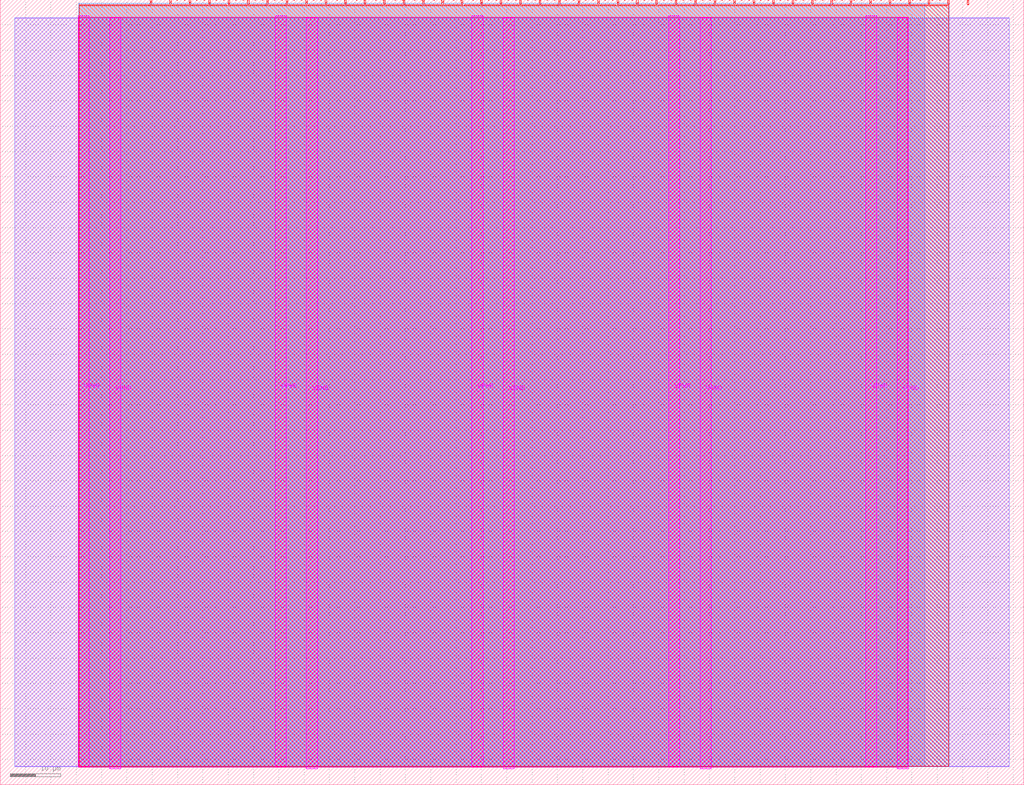
<source format=lef>
VERSION 5.7 ;
  NOWIREEXTENSIONATPIN ON ;
  DIVIDERCHAR "/" ;
  BUSBITCHARS "[]" ;
MACRO tt_um_wokwi_455291664753225729
  CLASS BLOCK ;
  FOREIGN tt_um_wokwi_455291664753225729 ;
  ORIGIN 0.000 0.000 ;
  SIZE 202.080 BY 154.980 ;
  PIN VGND
    DIRECTION INOUT ;
    USE GROUND ;
    PORT
      LAYER TopMetal1 ;
        RECT 21.580 3.150 23.780 151.420 ;
    END
    PORT
      LAYER TopMetal1 ;
        RECT 60.450 3.150 62.650 151.420 ;
    END
    PORT
      LAYER TopMetal1 ;
        RECT 99.320 3.150 101.520 151.420 ;
    END
    PORT
      LAYER TopMetal1 ;
        RECT 138.190 3.150 140.390 151.420 ;
    END
    PORT
      LAYER TopMetal1 ;
        RECT 177.060 3.150 179.260 151.420 ;
    END
  END VGND
  PIN VPWR
    DIRECTION INOUT ;
    USE POWER ;
    PORT
      LAYER TopMetal1 ;
        RECT 15.380 3.560 17.580 151.830 ;
    END
    PORT
      LAYER TopMetal1 ;
        RECT 54.250 3.560 56.450 151.830 ;
    END
    PORT
      LAYER TopMetal1 ;
        RECT 93.120 3.560 95.320 151.830 ;
    END
    PORT
      LAYER TopMetal1 ;
        RECT 131.990 3.560 134.190 151.830 ;
    END
    PORT
      LAYER TopMetal1 ;
        RECT 170.860 3.560 173.060 151.830 ;
    END
  END VPWR
  PIN clk
    DIRECTION INPUT ;
    USE SIGNAL ;
    ANTENNAGATEAREA 0.192400 ;
    PORT
      LAYER Metal4 ;
        RECT 187.050 153.980 187.350 154.980 ;
    END
  END clk
  PIN ena
    DIRECTION INPUT ;
    USE SIGNAL ;
    PORT
      LAYER Metal4 ;
        RECT 190.890 153.980 191.190 154.980 ;
    END
  END ena
  PIN rst_n
    DIRECTION INPUT ;
    USE SIGNAL ;
    PORT
      LAYER Metal4 ;
        RECT 183.210 153.980 183.510 154.980 ;
    END
  END rst_n
  PIN ui_in[0]
    DIRECTION INPUT ;
    USE SIGNAL ;
    ANTENNAGATEAREA 0.180700 ;
    PORT
      LAYER Metal4 ;
        RECT 179.370 153.980 179.670 154.980 ;
    END
  END ui_in[0]
  PIN ui_in[1]
    DIRECTION INPUT ;
    USE SIGNAL ;
    ANTENNAGATEAREA 0.180700 ;
    PORT
      LAYER Metal4 ;
        RECT 175.530 153.980 175.830 154.980 ;
    END
  END ui_in[1]
  PIN ui_in[2]
    DIRECTION INPUT ;
    USE SIGNAL ;
    PORT
      LAYER Metal4 ;
        RECT 171.690 153.980 171.990 154.980 ;
    END
  END ui_in[2]
  PIN ui_in[3]
    DIRECTION INPUT ;
    USE SIGNAL ;
    PORT
      LAYER Metal4 ;
        RECT 167.850 153.980 168.150 154.980 ;
    END
  END ui_in[3]
  PIN ui_in[4]
    DIRECTION INPUT ;
    USE SIGNAL ;
    PORT
      LAYER Metal4 ;
        RECT 164.010 153.980 164.310 154.980 ;
    END
  END ui_in[4]
  PIN ui_in[5]
    DIRECTION INPUT ;
    USE SIGNAL ;
    ANTENNAGATEAREA 0.180700 ;
    PORT
      LAYER Metal4 ;
        RECT 160.170 153.980 160.470 154.980 ;
    END
  END ui_in[5]
  PIN ui_in[6]
    DIRECTION INPUT ;
    USE SIGNAL ;
    ANTENNAGATEAREA 0.180700 ;
    PORT
      LAYER Metal4 ;
        RECT 156.330 153.980 156.630 154.980 ;
    END
  END ui_in[6]
  PIN ui_in[7]
    DIRECTION INPUT ;
    USE SIGNAL ;
    ANTENNAGATEAREA 0.180700 ;
    PORT
      LAYER Metal4 ;
        RECT 152.490 153.980 152.790 154.980 ;
    END
  END ui_in[7]
  PIN uio_in[0]
    DIRECTION INPUT ;
    USE SIGNAL ;
    PORT
      LAYER Metal4 ;
        RECT 148.650 153.980 148.950 154.980 ;
    END
  END uio_in[0]
  PIN uio_in[1]
    DIRECTION INPUT ;
    USE SIGNAL ;
    PORT
      LAYER Metal4 ;
        RECT 144.810 153.980 145.110 154.980 ;
    END
  END uio_in[1]
  PIN uio_in[2]
    DIRECTION INPUT ;
    USE SIGNAL ;
    PORT
      LAYER Metal4 ;
        RECT 140.970 153.980 141.270 154.980 ;
    END
  END uio_in[2]
  PIN uio_in[3]
    DIRECTION INPUT ;
    USE SIGNAL ;
    PORT
      LAYER Metal4 ;
        RECT 137.130 153.980 137.430 154.980 ;
    END
  END uio_in[3]
  PIN uio_in[4]
    DIRECTION INPUT ;
    USE SIGNAL ;
    PORT
      LAYER Metal4 ;
        RECT 133.290 153.980 133.590 154.980 ;
    END
  END uio_in[4]
  PIN uio_in[5]
    DIRECTION INPUT ;
    USE SIGNAL ;
    PORT
      LAYER Metal4 ;
        RECT 129.450 153.980 129.750 154.980 ;
    END
  END uio_in[5]
  PIN uio_in[6]
    DIRECTION INPUT ;
    USE SIGNAL ;
    PORT
      LAYER Metal4 ;
        RECT 125.610 153.980 125.910 154.980 ;
    END
  END uio_in[6]
  PIN uio_in[7]
    DIRECTION INPUT ;
    USE SIGNAL ;
    PORT
      LAYER Metal4 ;
        RECT 121.770 153.980 122.070 154.980 ;
    END
  END uio_in[7]
  PIN uio_oe[0]
    DIRECTION OUTPUT ;
    USE SIGNAL ;
    ANTENNADIFFAREA 0.299200 ;
    PORT
      LAYER Metal4 ;
        RECT 56.490 153.980 56.790 154.980 ;
    END
  END uio_oe[0]
  PIN uio_oe[1]
    DIRECTION OUTPUT ;
    USE SIGNAL ;
    ANTENNADIFFAREA 0.299200 ;
    PORT
      LAYER Metal4 ;
        RECT 52.650 153.980 52.950 154.980 ;
    END
  END uio_oe[1]
  PIN uio_oe[2]
    DIRECTION OUTPUT ;
    USE SIGNAL ;
    ANTENNADIFFAREA 0.299200 ;
    PORT
      LAYER Metal4 ;
        RECT 48.810 153.980 49.110 154.980 ;
    END
  END uio_oe[2]
  PIN uio_oe[3]
    DIRECTION OUTPUT ;
    USE SIGNAL ;
    ANTENNADIFFAREA 0.299200 ;
    PORT
      LAYER Metal4 ;
        RECT 44.970 153.980 45.270 154.980 ;
    END
  END uio_oe[3]
  PIN uio_oe[4]
    DIRECTION OUTPUT ;
    USE SIGNAL ;
    ANTENNADIFFAREA 0.299200 ;
    PORT
      LAYER Metal4 ;
        RECT 41.130 153.980 41.430 154.980 ;
    END
  END uio_oe[4]
  PIN uio_oe[5]
    DIRECTION OUTPUT ;
    USE SIGNAL ;
    ANTENNADIFFAREA 0.299200 ;
    PORT
      LAYER Metal4 ;
        RECT 37.290 153.980 37.590 154.980 ;
    END
  END uio_oe[5]
  PIN uio_oe[6]
    DIRECTION OUTPUT ;
    USE SIGNAL ;
    ANTENNADIFFAREA 0.299200 ;
    PORT
      LAYER Metal4 ;
        RECT 33.450 153.980 33.750 154.980 ;
    END
  END uio_oe[6]
  PIN uio_oe[7]
    DIRECTION OUTPUT ;
    USE SIGNAL ;
    ANTENNADIFFAREA 0.299200 ;
    PORT
      LAYER Metal4 ;
        RECT 29.610 153.980 29.910 154.980 ;
    END
  END uio_oe[7]
  PIN uio_out[0]
    DIRECTION OUTPUT ;
    USE SIGNAL ;
    ANTENNADIFFAREA 0.299200 ;
    PORT
      LAYER Metal4 ;
        RECT 87.210 153.980 87.510 154.980 ;
    END
  END uio_out[0]
  PIN uio_out[1]
    DIRECTION OUTPUT ;
    USE SIGNAL ;
    ANTENNADIFFAREA 0.299200 ;
    PORT
      LAYER Metal4 ;
        RECT 83.370 153.980 83.670 154.980 ;
    END
  END uio_out[1]
  PIN uio_out[2]
    DIRECTION OUTPUT ;
    USE SIGNAL ;
    ANTENNADIFFAREA 0.299200 ;
    PORT
      LAYER Metal4 ;
        RECT 79.530 153.980 79.830 154.980 ;
    END
  END uio_out[2]
  PIN uio_out[3]
    DIRECTION OUTPUT ;
    USE SIGNAL ;
    ANTENNADIFFAREA 0.299200 ;
    PORT
      LAYER Metal4 ;
        RECT 75.690 153.980 75.990 154.980 ;
    END
  END uio_out[3]
  PIN uio_out[4]
    DIRECTION OUTPUT ;
    USE SIGNAL ;
    ANTENNADIFFAREA 0.299200 ;
    PORT
      LAYER Metal4 ;
        RECT 71.850 153.980 72.150 154.980 ;
    END
  END uio_out[4]
  PIN uio_out[5]
    DIRECTION OUTPUT ;
    USE SIGNAL ;
    ANTENNADIFFAREA 0.299200 ;
    PORT
      LAYER Metal4 ;
        RECT 68.010 153.980 68.310 154.980 ;
    END
  END uio_out[5]
  PIN uio_out[6]
    DIRECTION OUTPUT ;
    USE SIGNAL ;
    ANTENNADIFFAREA 0.299200 ;
    PORT
      LAYER Metal4 ;
        RECT 64.170 153.980 64.470 154.980 ;
    END
  END uio_out[6]
  PIN uio_out[7]
    DIRECTION OUTPUT ;
    USE SIGNAL ;
    ANTENNADIFFAREA 0.299200 ;
    PORT
      LAYER Metal4 ;
        RECT 60.330 153.980 60.630 154.980 ;
    END
  END uio_out[7]
  PIN uo_out[0]
    DIRECTION OUTPUT ;
    USE SIGNAL ;
    ANTENNADIFFAREA 0.708600 ;
    PORT
      LAYER Metal4 ;
        RECT 117.930 153.980 118.230 154.980 ;
    END
  END uo_out[0]
  PIN uo_out[1]
    DIRECTION OUTPUT ;
    USE SIGNAL ;
    ANTENNADIFFAREA 0.299200 ;
    PORT
      LAYER Metal4 ;
        RECT 114.090 153.980 114.390 154.980 ;
    END
  END uo_out[1]
  PIN uo_out[2]
    DIRECTION OUTPUT ;
    USE SIGNAL ;
    ANTENNADIFFAREA 0.299200 ;
    PORT
      LAYER Metal4 ;
        RECT 110.250 153.980 110.550 154.980 ;
    END
  END uo_out[2]
  PIN uo_out[3]
    DIRECTION OUTPUT ;
    USE SIGNAL ;
    ANTENNADIFFAREA 0.299200 ;
    PORT
      LAYER Metal4 ;
        RECT 106.410 153.980 106.710 154.980 ;
    END
  END uo_out[3]
  PIN uo_out[4]
    DIRECTION OUTPUT ;
    USE SIGNAL ;
    ANTENNADIFFAREA 0.299200 ;
    PORT
      LAYER Metal4 ;
        RECT 102.570 153.980 102.870 154.980 ;
    END
  END uo_out[4]
  PIN uo_out[5]
    DIRECTION OUTPUT ;
    USE SIGNAL ;
    ANTENNADIFFAREA 0.299200 ;
    PORT
      LAYER Metal4 ;
        RECT 98.730 153.980 99.030 154.980 ;
    END
  END uo_out[5]
  PIN uo_out[6]
    DIRECTION OUTPUT ;
    USE SIGNAL ;
    ANTENNADIFFAREA 0.708600 ;
    PORT
      LAYER Metal4 ;
        RECT 94.890 153.980 95.190 154.980 ;
    END
  END uo_out[6]
  PIN uo_out[7]
    DIRECTION OUTPUT ;
    USE SIGNAL ;
    ANTENNADIFFAREA 0.708600 ;
    PORT
      LAYER Metal4 ;
        RECT 91.050 153.980 91.350 154.980 ;
    END
  END uo_out[7]
  OBS
      LAYER GatPoly ;
        RECT 2.880 3.630 199.200 151.350 ;
      LAYER Metal1 ;
        RECT 2.880 3.560 199.200 151.420 ;
      LAYER Metal2 ;
        RECT 15.560 3.635 182.505 154.285 ;
      LAYER Metal3 ;
        RECT 15.515 3.680 187.345 154.240 ;
      LAYER Metal4 ;
        RECT 15.560 153.770 29.400 153.980 ;
        RECT 30.120 153.770 33.240 153.980 ;
        RECT 33.960 153.770 37.080 153.980 ;
        RECT 37.800 153.770 40.920 153.980 ;
        RECT 41.640 153.770 44.760 153.980 ;
        RECT 45.480 153.770 48.600 153.980 ;
        RECT 49.320 153.770 52.440 153.980 ;
        RECT 53.160 153.770 56.280 153.980 ;
        RECT 57.000 153.770 60.120 153.980 ;
        RECT 60.840 153.770 63.960 153.980 ;
        RECT 64.680 153.770 67.800 153.980 ;
        RECT 68.520 153.770 71.640 153.980 ;
        RECT 72.360 153.770 75.480 153.980 ;
        RECT 76.200 153.770 79.320 153.980 ;
        RECT 80.040 153.770 83.160 153.980 ;
        RECT 83.880 153.770 87.000 153.980 ;
        RECT 87.720 153.770 90.840 153.980 ;
        RECT 91.560 153.770 94.680 153.980 ;
        RECT 95.400 153.770 98.520 153.980 ;
        RECT 99.240 153.770 102.360 153.980 ;
        RECT 103.080 153.770 106.200 153.980 ;
        RECT 106.920 153.770 110.040 153.980 ;
        RECT 110.760 153.770 113.880 153.980 ;
        RECT 114.600 153.770 117.720 153.980 ;
        RECT 118.440 153.770 121.560 153.980 ;
        RECT 122.280 153.770 125.400 153.980 ;
        RECT 126.120 153.770 129.240 153.980 ;
        RECT 129.960 153.770 133.080 153.980 ;
        RECT 133.800 153.770 136.920 153.980 ;
        RECT 137.640 153.770 140.760 153.980 ;
        RECT 141.480 153.770 144.600 153.980 ;
        RECT 145.320 153.770 148.440 153.980 ;
        RECT 149.160 153.770 152.280 153.980 ;
        RECT 153.000 153.770 156.120 153.980 ;
        RECT 156.840 153.770 159.960 153.980 ;
        RECT 160.680 153.770 163.800 153.980 ;
        RECT 164.520 153.770 167.640 153.980 ;
        RECT 168.360 153.770 171.480 153.980 ;
        RECT 172.200 153.770 175.320 153.980 ;
        RECT 176.040 153.770 179.160 153.980 ;
        RECT 179.880 153.770 183.000 153.980 ;
        RECT 183.720 153.770 186.840 153.980 ;
        RECT 15.560 3.635 187.300 153.770 ;
      LAYER Metal5 ;
        RECT 15.515 3.470 179.125 151.510 ;
  END
END tt_um_wokwi_455291664753225729
END LIBRARY


</source>
